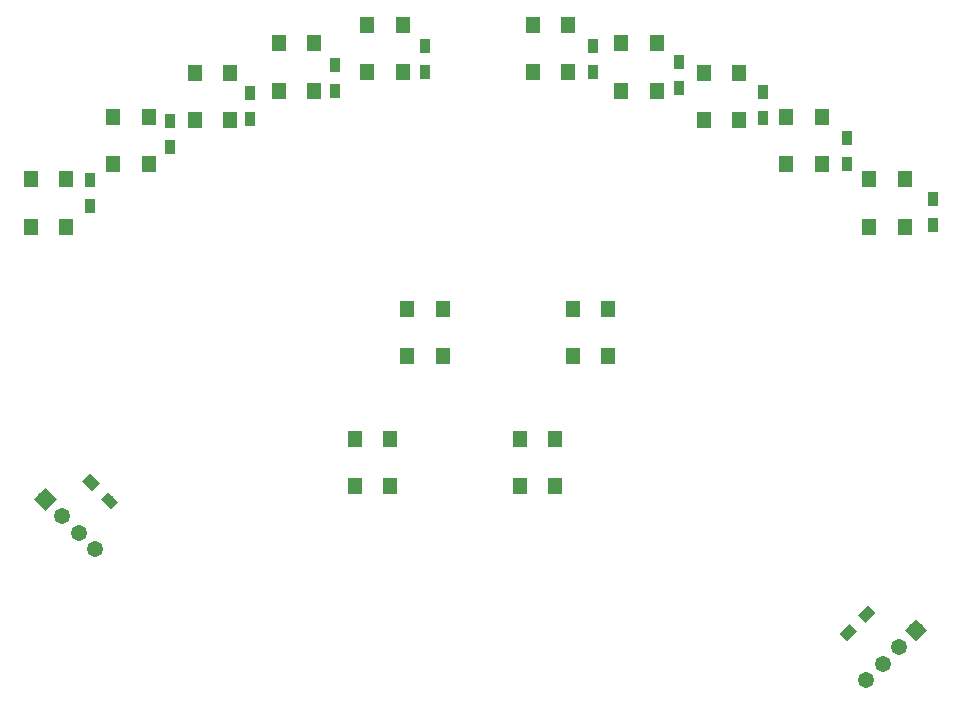
<source format=gbs>
G04 #@! TF.GenerationSoftware,KiCad,Pcbnew,(5.0.0)*
G04 #@! TF.CreationDate,2020-04-07T20:47:50+09:00*
G04 #@! TF.ProjectId,rokisi_sensor,726F6B6973695F73656E736F722E6B69,rev?*
G04 #@! TF.SameCoordinates,PX4a62f80PY29020c0*
G04 #@! TF.FileFunction,Soldermask,Bot*
G04 #@! TF.FilePolarity,Negative*
%FSLAX46Y46*%
G04 Gerber Fmt 4.6, Leading zero omitted, Abs format (unit mm)*
G04 Created by KiCad (PCBNEW (5.0.0)) date 04/07/20 20:47:50*
%MOMM*%
%LPD*%
G01*
G04 APERTURE LIST*
%ADD10C,1.350000*%
%ADD11C,0.100000*%
%ADD12C,1.350000*%
%ADD13R,0.900000X1.200000*%
%ADD14C,0.900000*%
%ADD15R,1.300000X1.400000*%
G04 APERTURE END LIST*
D10*
G04 #@! TO.C,J2*
X83470000Y-56370000D03*
D11*
G36*
X82515406Y-56370000D02*
X83470000Y-55415406D01*
X84424594Y-56370000D01*
X83470000Y-57324594D01*
X82515406Y-56370000D01*
X82515406Y-56370000D01*
G37*
D10*
X82055786Y-57784214D03*
D12*
X82055786Y-57784214D02*
X82055786Y-57784214D01*
D10*
X80641573Y-59198427D03*
D12*
X80641573Y-59198427D02*
X80641573Y-59198427D01*
D10*
X79227359Y-60612641D03*
D12*
X79227359Y-60612641D02*
X79227359Y-60612641D01*
G04 #@! TD*
D10*
G04 #@! TO.C,J3*
X13994214Y-49544214D03*
D12*
X13994214Y-49544214D02*
X13994214Y-49544214D01*
D10*
X12580000Y-48130000D03*
D12*
X12580000Y-48130000D02*
X12580000Y-48130000D01*
D10*
X11165787Y-46715787D03*
D12*
X11165787Y-46715787D02*
X11165787Y-46715787D01*
D10*
X9751573Y-45301573D03*
D11*
G36*
X9751573Y-46256167D02*
X8796979Y-45301573D01*
X9751573Y-44346979D01*
X10706167Y-45301573D01*
X9751573Y-46256167D01*
X9751573Y-46256167D01*
G37*
G04 #@! TD*
D13*
G04 #@! TO.C,R5*
X41900000Y-9100000D03*
X41900000Y-6900000D03*
G04 #@! TD*
G04 #@! TO.C,R6*
X13500000Y-18300000D03*
X13500000Y-20500000D03*
G04 #@! TD*
G04 #@! TO.C,R7*
X77600000Y-16900000D03*
X77600000Y-14700000D03*
G04 #@! TD*
G04 #@! TO.C,R13*
X56100000Y-9100000D03*
X56100000Y-6900000D03*
G04 #@! TD*
G04 #@! TO.C,R14*
X20300000Y-15500000D03*
X20300000Y-13300000D03*
G04 #@! TD*
G04 #@! TO.C,R15*
X84900000Y-19900000D03*
X84900000Y-22100000D03*
G04 #@! TD*
D14*
G04 #@! TO.C,R19*
X77722183Y-56577817D03*
D11*
G36*
X77616117Y-57320279D02*
X76979721Y-56683883D01*
X77828249Y-55835355D01*
X78464645Y-56471751D01*
X77616117Y-57320279D01*
X77616117Y-57320279D01*
G37*
D14*
X79277817Y-55022183D03*
D11*
G36*
X79171751Y-55764645D02*
X78535355Y-55128249D01*
X79383883Y-54279721D01*
X80020279Y-54916117D01*
X79171751Y-55764645D01*
X79171751Y-55764645D01*
G37*
G04 #@! TD*
D13*
G04 #@! TO.C,R20*
X63400000Y-10500000D03*
X63400000Y-8300000D03*
G04 #@! TD*
G04 #@! TO.C,R21*
X27100000Y-13100000D03*
X27100000Y-10900000D03*
G04 #@! TD*
D14*
G04 #@! TO.C,R26*
X13622183Y-43822183D03*
D11*
G36*
X14364645Y-43928249D02*
X13728249Y-44564645D01*
X12879721Y-43716117D01*
X13516117Y-43079721D01*
X14364645Y-43928249D01*
X14364645Y-43928249D01*
G37*
D14*
X15177817Y-45377817D03*
D11*
G36*
X15920279Y-45483883D02*
X15283883Y-46120279D01*
X14435355Y-45271751D01*
X15071751Y-44635355D01*
X15920279Y-45483883D01*
X15920279Y-45483883D01*
G37*
G04 #@! TD*
D13*
G04 #@! TO.C,R27*
X70500000Y-13000000D03*
X70500000Y-10800000D03*
G04 #@! TD*
G04 #@! TO.C,R28*
X34300000Y-10700000D03*
X34300000Y-8500000D03*
G04 #@! TD*
D15*
G04 #@! TO.C,U1*
X37000000Y-9100000D03*
X37000000Y-5100000D03*
X40000000Y-5100000D03*
X40000000Y-9100000D03*
G04 #@! TD*
G04 #@! TO.C,U2*
X8500000Y-22200000D03*
X8500000Y-18200000D03*
X11500000Y-18200000D03*
X11500000Y-22200000D03*
G04 #@! TD*
G04 #@! TO.C,U3*
X72500000Y-16900000D03*
X72500000Y-12900000D03*
X75500000Y-12900000D03*
X75500000Y-16900000D03*
G04 #@! TD*
G04 #@! TO.C,U4*
X54000000Y-9100000D03*
X54000000Y-5100000D03*
X51000000Y-5100000D03*
X51000000Y-9100000D03*
G04 #@! TD*
G04 #@! TO.C,U5*
X18500000Y-16900000D03*
X18500000Y-12900000D03*
X15500000Y-12900000D03*
X15500000Y-16900000D03*
G04 #@! TD*
G04 #@! TO.C,U6*
X82500000Y-22200000D03*
X82500000Y-18200000D03*
X79500000Y-18200000D03*
X79500000Y-22200000D03*
G04 #@! TD*
G04 #@! TO.C,U7*
X61500000Y-10700000D03*
X61500000Y-6700000D03*
X58500000Y-6700000D03*
X58500000Y-10700000D03*
G04 #@! TD*
G04 #@! TO.C,U8*
X22400000Y-13200000D03*
X22400000Y-9200000D03*
X25400000Y-9200000D03*
X25400000Y-13200000D03*
G04 #@! TD*
G04 #@! TO.C,U9*
X38940000Y-44200000D03*
X38940000Y-40200000D03*
X35940000Y-40200000D03*
X35940000Y-44200000D03*
G04 #@! TD*
G04 #@! TO.C,U10*
X49900000Y-44200000D03*
X49900000Y-40200000D03*
X52900000Y-40200000D03*
X52900000Y-44200000D03*
G04 #@! TD*
G04 #@! TO.C,U11*
X65500000Y-13200000D03*
X65500000Y-9200000D03*
X68500000Y-9200000D03*
X68500000Y-13200000D03*
G04 #@! TD*
G04 #@! TO.C,U12*
X40400000Y-33200000D03*
X40400000Y-29200000D03*
X43400000Y-29200000D03*
X43400000Y-33200000D03*
G04 #@! TD*
G04 #@! TO.C,U13*
X32500000Y-10700000D03*
X32500000Y-6700000D03*
X29500000Y-6700000D03*
X29500000Y-10700000D03*
G04 #@! TD*
G04 #@! TO.C,U14*
X57400000Y-33200000D03*
X57400000Y-29200000D03*
X54400000Y-29200000D03*
X54400000Y-33200000D03*
G04 #@! TD*
M02*

</source>
